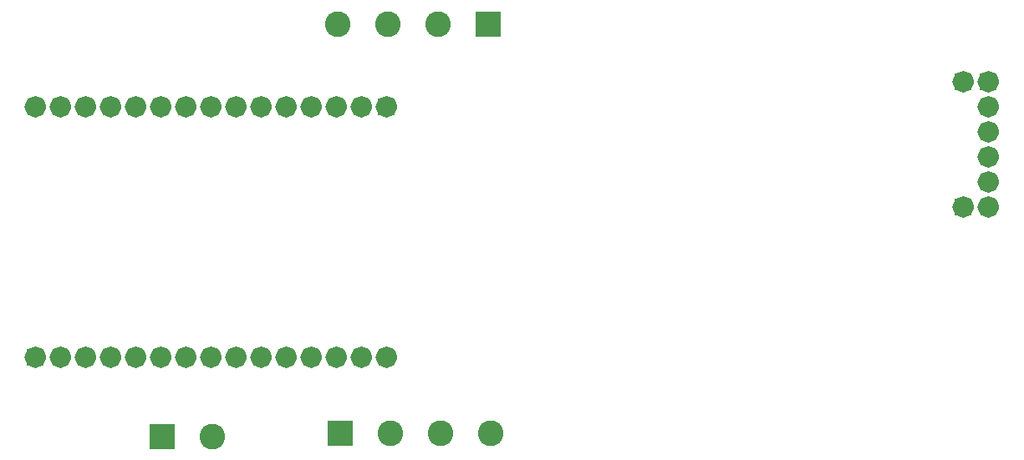
<source format=gts>
%TF.GenerationSoftware,KiCad,Pcbnew,9.0.1*%
%TF.CreationDate,2025-05-21T21:12:10-06:00*%
%TF.ProjectId,test_Final,74657374-5f46-4696-9e61-6c2e6b696361,rev?*%
%TF.SameCoordinates,Original*%
%TF.FileFunction,Soldermask,Top*%
%TF.FilePolarity,Negative*%
%FSLAX46Y46*%
G04 Gerber Fmt 4.6, Leading zero omitted, Abs format (unit mm)*
G04 Created by KiCad (PCBNEW 9.0.1) date 2025-05-21 21:12:10*
%MOMM*%
%LPD*%
G01*
G04 APERTURE LIST*
%ADD10C,1.117600*%
%ADD11R,1.700000X1.700000*%
%ADD12C,1.700000*%
%ADD13R,2.600000X2.600000*%
%ADD14C,2.600000*%
G04 APERTURE END LIST*
D10*
X42770700Y-76793900D02*
G75*
G02*
X41653100Y-76793900I-558800J0D01*
G01*
X41653100Y-76793900D02*
G75*
G02*
X42770700Y-76793900I558800J0D01*
G01*
X52930700Y-51393900D02*
G75*
G02*
X51813100Y-51393900I-558800J0D01*
G01*
X51813100Y-51393900D02*
G75*
G02*
X52930700Y-51393900I558800J0D01*
G01*
X134210700Y-53933900D02*
G75*
G02*
X133093100Y-53933900I-558800J0D01*
G01*
X133093100Y-53933900D02*
G75*
G02*
X134210700Y-53933900I558800J0D01*
G01*
X45310700Y-51393900D02*
G75*
G02*
X44193100Y-51393900I-558800J0D01*
G01*
X44193100Y-51393900D02*
G75*
G02*
X45310700Y-51393900I558800J0D01*
G01*
X42770700Y-51393900D02*
G75*
G02*
X41653100Y-51393900I-558800J0D01*
G01*
X41653100Y-51393900D02*
G75*
G02*
X42770700Y-51393900I558800J0D01*
G01*
X68170700Y-76793900D02*
G75*
G02*
X67053100Y-76793900I-558800J0D01*
G01*
X67053100Y-76793900D02*
G75*
G02*
X68170700Y-76793900I558800J0D01*
G01*
X63090700Y-51393900D02*
G75*
G02*
X61973100Y-51393900I-558800J0D01*
G01*
X61973100Y-51393900D02*
G75*
G02*
X63090700Y-51393900I558800J0D01*
G01*
X134210700Y-51393900D02*
G75*
G02*
X133093100Y-51393900I-558800J0D01*
G01*
X133093100Y-51393900D02*
G75*
G02*
X134210700Y-51393900I558800J0D01*
G01*
X73250700Y-76793900D02*
G75*
G02*
X72133100Y-76793900I-558800J0D01*
G01*
X72133100Y-76793900D02*
G75*
G02*
X73250700Y-76793900I558800J0D01*
G01*
X52930700Y-76793900D02*
G75*
G02*
X51813100Y-76793900I-558800J0D01*
G01*
X51813100Y-76793900D02*
G75*
G02*
X52930700Y-76793900I558800J0D01*
G01*
X73250700Y-51393900D02*
G75*
G02*
X72133100Y-51393900I-558800J0D01*
G01*
X72133100Y-51393900D02*
G75*
G02*
X73250700Y-51393900I558800J0D01*
G01*
X60550700Y-76793900D02*
G75*
G02*
X59433100Y-76793900I-558800J0D01*
G01*
X59433100Y-76793900D02*
G75*
G02*
X60550700Y-76793900I558800J0D01*
G01*
X70710700Y-51393900D02*
G75*
G02*
X69593100Y-51393900I-558800J0D01*
G01*
X69593100Y-51393900D02*
G75*
G02*
X70710700Y-51393900I558800J0D01*
G01*
X63090700Y-76793900D02*
G75*
G02*
X61973100Y-76793900I-558800J0D01*
G01*
X61973100Y-76793900D02*
G75*
G02*
X63090700Y-76793900I558800J0D01*
G01*
X37690700Y-76793900D02*
G75*
G02*
X36573100Y-76793900I-558800J0D01*
G01*
X36573100Y-76793900D02*
G75*
G02*
X37690700Y-76793900I558800J0D01*
G01*
X131670700Y-61553900D02*
G75*
G02*
X130553100Y-61553900I-558800J0D01*
G01*
X130553100Y-61553900D02*
G75*
G02*
X131670700Y-61553900I558800J0D01*
G01*
X134210700Y-59013900D02*
G75*
G02*
X133093100Y-59013900I-558800J0D01*
G01*
X133093100Y-59013900D02*
G75*
G02*
X134210700Y-59013900I558800J0D01*
G01*
X70710700Y-76793900D02*
G75*
G02*
X69593100Y-76793900I-558800J0D01*
G01*
X69593100Y-76793900D02*
G75*
G02*
X70710700Y-76793900I558800J0D01*
G01*
X45310700Y-76793900D02*
G75*
G02*
X44193100Y-76793900I-558800J0D01*
G01*
X44193100Y-76793900D02*
G75*
G02*
X45310700Y-76793900I558800J0D01*
G01*
X47850700Y-76793900D02*
G75*
G02*
X46733100Y-76793900I-558800J0D01*
G01*
X46733100Y-76793900D02*
G75*
G02*
X47850700Y-76793900I558800J0D01*
G01*
X134210700Y-61553900D02*
G75*
G02*
X133093100Y-61553900I-558800J0D01*
G01*
X133093100Y-61553900D02*
G75*
G02*
X134210700Y-61553900I558800J0D01*
G01*
X55470700Y-51393900D02*
G75*
G02*
X54353100Y-51393900I-558800J0D01*
G01*
X54353100Y-51393900D02*
G75*
G02*
X55470700Y-51393900I558800J0D01*
G01*
X131670700Y-48853900D02*
G75*
G02*
X130553100Y-48853900I-558800J0D01*
G01*
X130553100Y-48853900D02*
G75*
G02*
X131670700Y-48853900I558800J0D01*
G01*
X50390700Y-51393900D02*
G75*
G02*
X49273100Y-51393900I-558800J0D01*
G01*
X49273100Y-51393900D02*
G75*
G02*
X50390700Y-51393900I558800J0D01*
G01*
X134210700Y-56473900D02*
G75*
G02*
X133093100Y-56473900I-558800J0D01*
G01*
X133093100Y-56473900D02*
G75*
G02*
X134210700Y-56473900I558800J0D01*
G01*
X37690700Y-51393900D02*
G75*
G02*
X36573100Y-51393900I-558800J0D01*
G01*
X36573100Y-51393900D02*
G75*
G02*
X37690700Y-51393900I558800J0D01*
G01*
X50390700Y-76793900D02*
G75*
G02*
X49273100Y-76793900I-558800J0D01*
G01*
X49273100Y-76793900D02*
G75*
G02*
X50390700Y-76793900I558800J0D01*
G01*
X55470700Y-76793900D02*
G75*
G02*
X54353100Y-76793900I-558800J0D01*
G01*
X54353100Y-76793900D02*
G75*
G02*
X55470700Y-76793900I558800J0D01*
G01*
X65630700Y-76793900D02*
G75*
G02*
X64513100Y-76793900I-558800J0D01*
G01*
X64513100Y-76793900D02*
G75*
G02*
X65630700Y-76793900I558800J0D01*
G01*
X134210700Y-48853900D02*
G75*
G02*
X133093100Y-48853900I-558800J0D01*
G01*
X133093100Y-48853900D02*
G75*
G02*
X134210700Y-48853900I558800J0D01*
G01*
X47850700Y-51393900D02*
G75*
G02*
X46733100Y-51393900I-558800J0D01*
G01*
X46733100Y-51393900D02*
G75*
G02*
X47850700Y-51393900I558800J0D01*
G01*
X58010700Y-51393900D02*
G75*
G02*
X56893100Y-51393900I-558800J0D01*
G01*
X56893100Y-51393900D02*
G75*
G02*
X58010700Y-51393900I558800J0D01*
G01*
X58010700Y-76793900D02*
G75*
G02*
X56893100Y-76793900I-558800J0D01*
G01*
X56893100Y-76793900D02*
G75*
G02*
X58010700Y-76793900I558800J0D01*
G01*
X65630700Y-51393900D02*
G75*
G02*
X64513100Y-51393900I-558800J0D01*
G01*
X64513100Y-51393900D02*
G75*
G02*
X65630700Y-51393900I558800J0D01*
G01*
X68170700Y-51393900D02*
G75*
G02*
X67053100Y-51393900I-558800J0D01*
G01*
X67053100Y-51393900D02*
G75*
G02*
X68170700Y-51393900I558800J0D01*
G01*
X60550700Y-51393900D02*
G75*
G02*
X59433100Y-51393900I-558800J0D01*
G01*
X59433100Y-51393900D02*
G75*
G02*
X60550700Y-51393900I558800J0D01*
G01*
X40230700Y-51393900D02*
G75*
G02*
X39113100Y-51393900I-558800J0D01*
G01*
X39113100Y-51393900D02*
G75*
G02*
X40230700Y-51393900I558800J0D01*
G01*
X40230700Y-76793900D02*
G75*
G02*
X39113100Y-76793900I-558800J0D01*
G01*
X39113100Y-76793900D02*
G75*
G02*
X40230700Y-76793900I558800J0D01*
G01*
D11*
%TO.C,REF\u002A\u002A*%
X72691900Y-51393900D03*
D12*
X70151900Y-51393900D03*
X67611900Y-51393900D03*
X65071900Y-51393900D03*
X62531900Y-51393900D03*
X59991900Y-51393900D03*
X57451900Y-51393900D03*
X54911900Y-51393900D03*
X52371900Y-51393900D03*
X49831900Y-51393900D03*
X47291900Y-51393900D03*
X44751900Y-51393900D03*
X42211900Y-51393900D03*
X39671900Y-51393900D03*
X37131900Y-51393900D03*
%TD*%
D11*
%TO.C,REF\u002A\u002A*%
X131111900Y-61553900D03*
%TD*%
D13*
%TO.C,REF\u002A\u002A*%
X49955000Y-84805000D03*
D14*
X55035000Y-84805000D03*
%TD*%
D13*
%TO.C,REF\u002A\u002A*%
X68000000Y-84500000D03*
D14*
X73080000Y-84500000D03*
X78160000Y-84500000D03*
X83240000Y-84500000D03*
%TD*%
D11*
%TO.C,REF\u002A\u002A*%
X133651900Y-48853900D03*
D12*
X133651900Y-51393900D03*
X133651900Y-53933900D03*
X133651900Y-56473900D03*
X133651900Y-59013900D03*
X133651900Y-61553900D03*
%TD*%
D11*
%TO.C,REF\u002A\u002A*%
X37131900Y-76793900D03*
D12*
X39671900Y-76793900D03*
X42211900Y-76793900D03*
X44751900Y-76793900D03*
X47291900Y-76793900D03*
X49831900Y-76793900D03*
X52371900Y-76793900D03*
X54911900Y-76793900D03*
X57451900Y-76793900D03*
X59991900Y-76793900D03*
X62531900Y-76793900D03*
X65071900Y-76793900D03*
X67611900Y-76793900D03*
X70151900Y-76793900D03*
X72691900Y-76793900D03*
%TD*%
D11*
%TO.C,REF\u002A\u002A*%
X131111900Y-48853900D03*
%TD*%
D13*
%TO.C,REF\u002A\u002A*%
X83000000Y-43000000D03*
D14*
X77920000Y-43000000D03*
X72840000Y-43000000D03*
X67760000Y-43000000D03*
%TD*%
M02*

</source>
